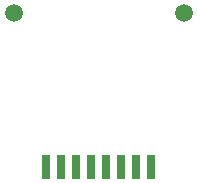
<source format=gbr>
%TF.GenerationSoftware,KiCad,Pcbnew,(6.0.11)*%
%TF.CreationDate,2023-02-11T15:14:05+01:00*%
%TF.ProjectId,gateway-nano-E01-ml01sp4,67617465-7761-4792-9d6e-616e6f2d4530,rev?*%
%TF.SameCoordinates,Original*%
%TF.FileFunction,Paste,Top*%
%TF.FilePolarity,Positive*%
%FSLAX46Y46*%
G04 Gerber Fmt 4.6, Leading zero omitted, Abs format (unit mm)*
G04 Created by KiCad (PCBNEW (6.0.11)) date 2023-02-11 15:14:05*
%MOMM*%
%LPD*%
G01*
G04 APERTURE LIST*
%ADD10R,0.800000X2.000000*%
%ADD11C,1.500000*%
G04 APERTURE END LIST*
D10*
%TO.C,U1*%
X126999214Y-80371336D03*
X125729214Y-80371336D03*
X124459214Y-80371336D03*
X123189214Y-80371336D03*
X121919214Y-80371336D03*
X120649214Y-80371336D03*
X119379214Y-80371336D03*
X118109214Y-80371336D03*
D11*
X115372425Y-67379410D03*
X129808815Y-67387233D03*
%TD*%
M02*

</source>
